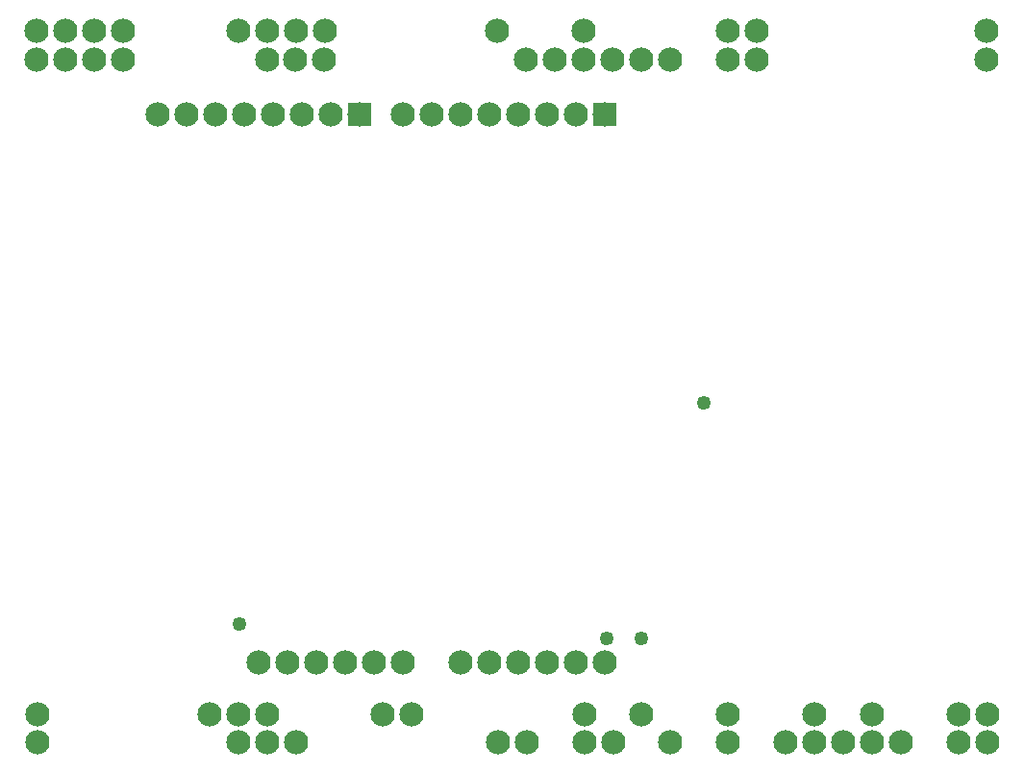
<source format=gbs>
G04 MADE WITH FRITZING*
G04 WWW.FRITZING.ORG*
G04 DOUBLE SIDED*
G04 HOLES PLATED*
G04 CONTOUR ON CENTER OF CONTOUR VECTOR*
%ASAXBY*%
%FSLAX23Y23*%
%MOIN*%
%OFA0B0*%
%SFA1.0B1.0*%
%ADD10C,0.084000*%
%ADD11C,0.049370*%
%ADD12R,0.084000X0.084000*%
%LNMASK0*%
G90*
G70*
G54D10*
X1884Y429D03*
X1984Y429D03*
X2084Y429D03*
X2184Y429D03*
X2284Y429D03*
X1434Y2329D03*
X1334Y2329D03*
X1234Y2329D03*
X1134Y2329D03*
X1034Y2329D03*
X934Y2329D03*
X834Y2329D03*
X734Y2329D03*
X2284Y2329D03*
X2184Y2329D03*
X2084Y2329D03*
X1984Y2329D03*
X1884Y2329D03*
X1784Y2329D03*
X1684Y2329D03*
X1584Y2329D03*
X1084Y429D03*
X1184Y429D03*
X1284Y429D03*
X1384Y429D03*
X1484Y429D03*
X1584Y429D03*
X1784Y429D03*
X317Y152D03*
X1016Y152D03*
X1116Y152D03*
X1215Y152D03*
X1914Y150D03*
X2014Y150D03*
X2214Y150D03*
X2314Y150D03*
X2513Y150D03*
X2713Y150D03*
X2912Y150D03*
X3012Y150D03*
X3112Y150D03*
X3212Y150D03*
X3312Y150D03*
X3511Y150D03*
X3611Y150D03*
X317Y249D03*
X916Y249D03*
X1016Y249D03*
X1116Y249D03*
X1515Y249D03*
X1615Y249D03*
X2214Y247D03*
X2413Y247D03*
X2713Y247D03*
X3012Y247D03*
X3212Y247D03*
X3511Y247D03*
X3611Y247D03*
X316Y2619D03*
X416Y2619D03*
X515Y2619D03*
X615Y2619D03*
X1015Y2619D03*
X1114Y2619D03*
X1214Y2619D03*
X1314Y2619D03*
X1913Y2617D03*
X2212Y2617D03*
X2712Y2617D03*
X2811Y2617D03*
X3610Y2617D03*
X315Y2519D03*
X415Y2519D03*
X515Y2519D03*
X615Y2519D03*
X1114Y2519D03*
X1213Y2519D03*
X1313Y2519D03*
X2012Y2518D03*
X2112Y2518D03*
X2212Y2518D03*
X2312Y2518D03*
X2411Y2518D03*
X2511Y2518D03*
X2711Y2518D03*
X2811Y2518D03*
X3609Y2518D03*
G54D11*
X2292Y512D03*
X2412Y512D03*
X2628Y1328D03*
X1020Y560D03*
G54D12*
X1434Y2329D03*
X2284Y2329D03*
G04 End of Mask0*
M02*
</source>
